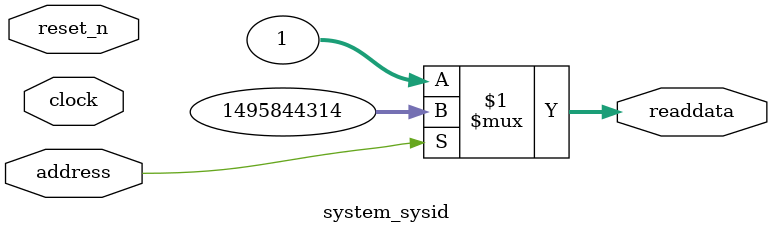
<source format=v>



// synthesis translate_off
`timescale 1ns / 1ps
// synthesis translate_on

// turn off superfluous verilog processor warnings 
// altera message_level Level1 
// altera message_off 10034 10035 10036 10037 10230 10240 10030 

module system_sysid (
               // inputs:
                address,
                clock,
                reset_n,

               // outputs:
                readdata
             )
;

  output  [ 31: 0] readdata;
  input            address;
  input            clock;
  input            reset_n;

  wire    [ 31: 0] readdata;
  //control_slave, which is an e_avalon_slave
  assign readdata = address ? 1495844314 : 1;

endmodule




</source>
